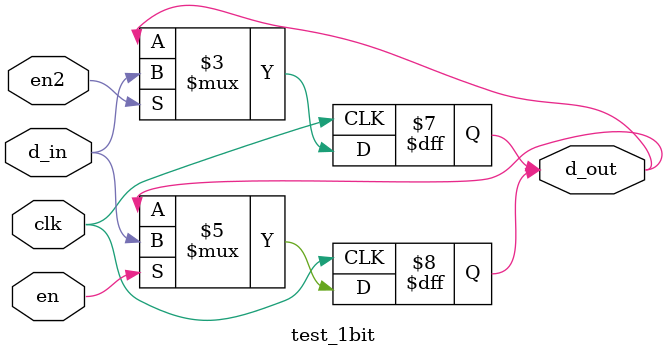
<source format=v>
`timescale 1ns / 1ps
module test_1bit(


input d_in, // Data input
input clk, // clock input
input en,
input en2,
output reg d_out // output Q


);

always @(posedge clk)
begin
if(en)
d_out<= d_in;

end

always@(posedge clk)
begin
if(en2)
d_out<= d_in;
end

endmodule


</source>
